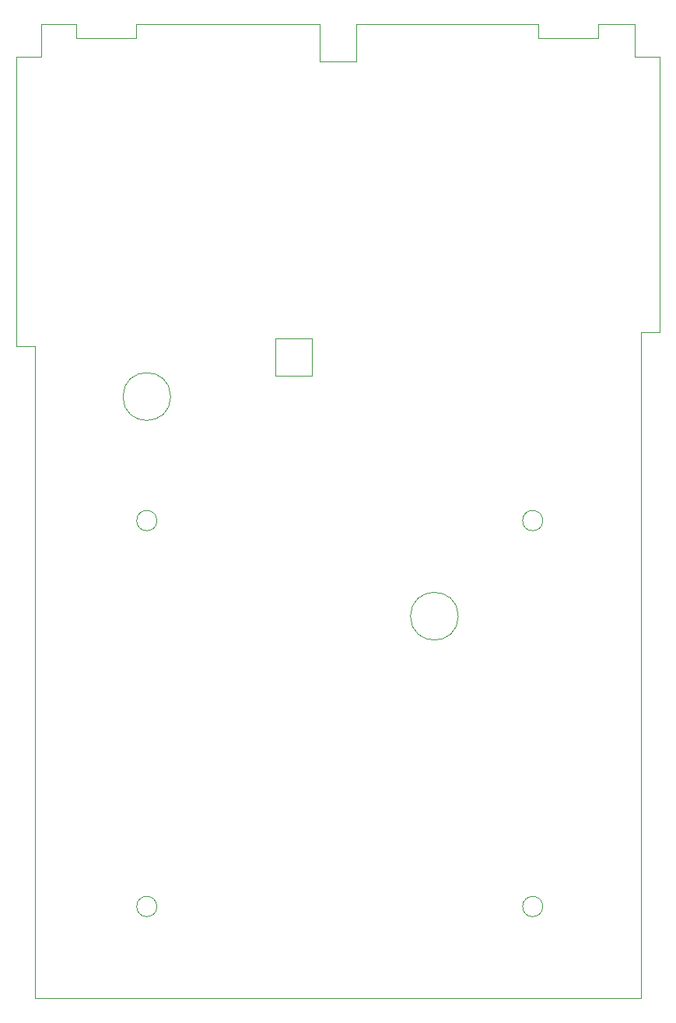
<source format=gbr>
G04 #@! TF.GenerationSoftware,KiCad,Pcbnew,5.1.5+dfsg1-2build2*
G04 #@! TF.CreationDate,2022-09-16T21:23:17+01:00*
G04 #@! TF.ProjectId,psion-org2-main,7073696f-6e2d-46f7-9267-322d6d61696e,rev?*
G04 #@! TF.SameCoordinates,Original*
G04 #@! TF.FileFunction,Profile,NP*
%FSLAX46Y46*%
G04 Gerber Fmt 4.6, Leading zero omitted, Abs format (unit mm)*
G04 Created by KiCad (PCBNEW 5.1.5+dfsg1-2build2) date 2022-09-16 21:23:17*
%MOMM*%
%LPD*%
G04 APERTURE LIST*
%ADD10C,0.050000*%
G04 APERTURE END LIST*
D10*
X140300000Y-90700000D02*
X140300000Y-161700000D01*
X138300000Y-90700000D02*
X140300000Y-90700000D01*
X138300000Y-89200000D02*
X138300000Y-90700000D01*
X195100000Y-55700000D02*
X175300000Y-55700000D01*
X205600000Y-55700000D02*
X201600000Y-55700000D01*
X195100000Y-57200000D02*
X195100000Y-55700000D01*
X201600000Y-57200000D02*
X195100000Y-57200000D01*
X201600000Y-55700000D02*
X201600000Y-57200000D01*
X171300000Y-55700000D02*
X151300000Y-55700000D01*
X141000000Y-55700000D02*
X144800000Y-55700000D01*
X151300000Y-57200000D02*
X151300000Y-55700000D01*
X144800000Y-57200000D02*
X151300000Y-57200000D01*
X144800000Y-55700000D02*
X144800000Y-57200000D01*
X195600000Y-151700000D02*
G75*
G03X195600000Y-151700000I-1100000J0D01*
G01*
X153600000Y-151700000D02*
G75*
G03X153600000Y-151700000I-1100000J0D01*
G01*
X195600000Y-109700000D02*
G75*
G03X195600000Y-109700000I-1100000J0D01*
G01*
X153600000Y-109700000D02*
G75*
G03X153600000Y-109700000I-1100000J0D01*
G01*
X155100000Y-96200000D02*
G75*
G03X155100000Y-96200000I-2600000J0D01*
G01*
X186400000Y-120100000D02*
G75*
G03X186400000Y-120100000I-2600000J0D01*
G01*
X166500000Y-93900000D02*
X166500000Y-89900000D01*
X170500000Y-93900000D02*
X166500000Y-93900000D01*
X170500000Y-89900000D02*
X170500000Y-93900000D01*
X166500000Y-89900000D02*
X170500000Y-89900000D01*
X175300000Y-59700000D02*
X171300000Y-59700000D01*
X175300000Y-55700000D02*
X175300000Y-59700000D01*
X205600000Y-59200000D02*
X205600000Y-55700000D01*
X171300000Y-55700000D02*
X171300000Y-59700000D01*
X208300000Y-59200000D02*
X205600000Y-59200000D01*
X208300000Y-89200000D02*
X208300000Y-59200000D01*
X206300000Y-89200000D02*
X208300000Y-89200000D01*
X141000000Y-59200000D02*
X141000000Y-55700000D01*
X138300000Y-59200000D02*
X141000000Y-59200000D01*
X138300000Y-89200000D02*
X138300000Y-59200000D01*
X206300000Y-161700000D02*
X206300000Y-89200000D01*
X140300000Y-161700000D02*
X206300000Y-161700000D01*
M02*

</source>
